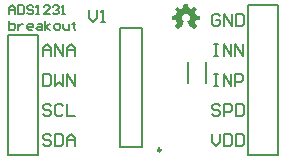
<source format=gbr>
G04 Layer_Color=65535*
%FSLAX26Y26*%
%MOIN*%
%TF.FileFunction,Legend,Top*%
%TF.Part,Single*%
G01*
G75*
%TA.AperFunction,NonConductor*%
%ADD18C,0.007000*%
%ADD22C,0.008000*%
%ADD29C,0.009842*%
%ADD30C,0.007874*%
G36*
X602409Y518568D02*
X613591Y518616D01*
X614043Y518429D01*
X614183Y518091D01*
X614171Y518089D01*
X616276Y507115D01*
X616416Y506777D01*
X616642Y506684D01*
X625832Y502877D01*
X626058Y502783D01*
X626396Y502923D01*
X626389Y502933D01*
X635637Y509205D01*
X635975Y509345D01*
X636427Y509158D01*
X636427Y509158D01*
X636392Y509123D01*
X644334Y501250D01*
X644521Y500798D01*
X644381Y500461D01*
X644371Y500467D01*
X638100Y491219D01*
X637960Y490882D01*
X638053Y490656D01*
Y490656D01*
X641860Y481465D01*
X641954Y481239D01*
X642291Y481099D01*
X642294Y481112D01*
X653268Y479007D01*
X653606Y478867D01*
X653793Y478415D01*
X653744D01*
X653793Y467232D01*
X653606Y466780D01*
X653268Y466640D01*
X653266Y466652D01*
X642291Y464548D01*
X641954Y464408D01*
X641860Y464182D01*
X638053Y454991D01*
X637960Y454766D01*
X638100Y454428D01*
X638110Y454435D01*
X644381Y445187D01*
X644521Y444849D01*
X644334Y444397D01*
X644300Y444431D01*
X636427Y436490D01*
X635975Y436302D01*
X635637Y436442D01*
X635644Y436452D01*
X626396Y442724D01*
X626058Y442864D01*
X625832Y442770D01*
X625832D01*
X621624Y441027D01*
X621398Y440933D01*
X620946Y441121D01*
X620851Y441349D01*
Y441349D01*
X613103Y460324D01*
X613011Y460548D01*
X613198Y461000D01*
X613403Y461085D01*
X613471Y460937D01*
X617317Y463507D01*
X620173Y467781D01*
X621176Y472824D01*
X620173Y477866D01*
X617317Y482141D01*
X613042Y484997D01*
X608000Y486000D01*
X602958Y484997D01*
X598683Y482141D01*
X595827Y477866D01*
X594824Y472824D01*
X595827Y467781D01*
X598683Y463507D01*
X602529Y460937D01*
X602597Y461085D01*
X602802Y461000D01*
X602989Y460548D01*
X602897Y460324D01*
X602896Y460325D01*
X595149Y441349D01*
X595054Y441121D01*
X594602Y440933D01*
X594376Y441027D01*
Y441027D01*
X590168Y442770D01*
X589942Y442864D01*
X589604Y442724D01*
X589611Y442714D01*
X580363Y436442D01*
X580025Y436302D01*
X579573Y436490D01*
X579608Y436524D01*
X571666Y444397D01*
X571666Y444397D01*
X571479Y444849D01*
X571618Y445187D01*
X571629Y445180D01*
X577900Y454428D01*
X578040Y454766D01*
X577947Y454991D01*
Y454992D01*
X574140Y464182D01*
X574046Y464408D01*
X573708Y464548D01*
X573706Y464536D01*
X562732Y466640D01*
X562394Y466780D01*
X562207Y467232D01*
X562256D01*
X562207Y478415D01*
X562207D01*
X562394Y478867D01*
X562732Y479007D01*
X562734Y478995D01*
X573708Y481099D01*
X574046Y481239D01*
X574140Y481466D01*
X574140D01*
X577947Y490656D01*
X578040Y490882D01*
X577900Y491219D01*
X577890Y491212D01*
X571618Y500461D01*
X571479Y500798D01*
X571666Y501250D01*
X571666Y501250D01*
X571700Y501216D01*
X579573Y509158D01*
X579573Y509158D01*
X580025Y509345D01*
X580363Y509205D01*
X580356Y509195D01*
X589604Y502923D01*
X589942Y502783D01*
X590168Y502877D01*
X599358Y506684D01*
X599584Y506777D01*
X599724Y507115D01*
X599712Y507118D01*
X601817Y518091D01*
X601957Y518429D01*
X602409Y518617D01*
Y518568D01*
D02*
G37*
D18*
X720658Y178323D02*
X713994Y184987D01*
X700664D01*
X694000Y178323D01*
Y171658D01*
X700664Y164994D01*
X713994D01*
X720658Y158329D01*
Y151665D01*
X713994Y145000D01*
X700664D01*
X694000Y151665D01*
X733987Y145000D02*
Y184987D01*
X753981D01*
X760645Y178323D01*
Y164994D01*
X753981Y158329D01*
X733987D01*
X773974Y184987D02*
Y145000D01*
X793968D01*
X800632Y151665D01*
Y178323D01*
X793968Y184987D01*
X773974D01*
X19000Y484788D02*
Y504782D01*
X28997Y514779D01*
X38993Y504782D01*
Y484788D01*
Y499784D01*
X19000D01*
X48990Y514779D02*
Y484788D01*
X63986D01*
X68984Y489787D01*
Y509780D01*
X63986Y514779D01*
X48990D01*
X98974Y509780D02*
X93976Y514779D01*
X83979D01*
X78981Y509780D01*
Y504782D01*
X83979Y499784D01*
X93976D01*
X98974Y494785D01*
Y489787D01*
X93976Y484788D01*
X83979D01*
X78981Y489787D01*
X108971Y484788D02*
X118968D01*
X113969D01*
Y514779D01*
X108971Y509780D01*
X153956Y484788D02*
X133963D01*
X153956Y504782D01*
Y509780D01*
X148958Y514779D01*
X138961D01*
X133963Y509780D01*
X163953D02*
X168952Y514779D01*
X178948D01*
X183947Y509780D01*
Y504782D01*
X178948Y499784D01*
X173950D01*
X178948D01*
X183947Y494785D01*
Y489787D01*
X178948Y484788D01*
X168952D01*
X163953Y489787D01*
X193943Y484788D02*
X203940D01*
X198942D01*
Y514779D01*
X193943Y509780D01*
X19000Y461990D02*
Y432000D01*
X33995D01*
X38993Y436998D01*
Y441997D01*
Y446995D01*
X33995Y451993D01*
X19000D01*
X48990D02*
Y432000D01*
Y441997D01*
X53989Y446995D01*
X58987Y451993D01*
X63986D01*
X93976Y432000D02*
X83979D01*
X78981Y436998D01*
Y446995D01*
X83979Y451993D01*
X93976D01*
X98974Y446995D01*
Y441997D01*
X78981D01*
X113969Y451993D02*
X123966D01*
X128964Y446995D01*
Y432000D01*
X113969D01*
X108971Y436998D01*
X113969Y441997D01*
X128964D01*
X138961Y432000D02*
Y461990D01*
Y441997D02*
X153956Y451993D01*
X138961Y441997D02*
X153956Y432000D01*
X173950D02*
X183947D01*
X188945Y436998D01*
Y446995D01*
X183947Y451993D01*
X173950D01*
X168952Y446995D01*
Y436998D01*
X173950Y432000D01*
X198942Y451993D02*
Y436998D01*
X203940Y432000D01*
X218935D01*
Y451993D01*
X233930Y456992D02*
Y451993D01*
X228932D01*
X238929D01*
X233930D01*
Y436998D01*
X238929Y432000D01*
X700000Y384987D02*
X713329D01*
X706664D01*
Y345000D01*
X700000D01*
X713329D01*
X733323D02*
Y384987D01*
X759981Y345000D01*
Y384987D01*
X773310Y345000D02*
Y384987D01*
X799968Y345000D01*
Y384987D01*
X720658Y478323D02*
X713994Y484987D01*
X700664D01*
X694000Y478323D01*
Y451664D01*
X700664Y445000D01*
X713994D01*
X720658Y451664D01*
Y464993D01*
X707329D01*
X733987Y445000D02*
Y484987D01*
X760645Y445000D01*
Y484987D01*
X773974D02*
Y445000D01*
X793968D01*
X800632Y451664D01*
Y478323D01*
X793968Y484987D01*
X773974D01*
X700000Y284987D02*
X713329D01*
X706664D01*
Y245000D01*
X700000D01*
X713329D01*
X733323D02*
Y284987D01*
X759981Y245000D01*
Y284987D01*
X773310Y245000D02*
Y284987D01*
X793303D01*
X799968Y278323D01*
Y264993D01*
X793303Y258329D01*
X773310D01*
X286000Y499987D02*
Y473329D01*
X299329Y460000D01*
X312658Y473329D01*
Y499987D01*
X325987Y460000D02*
X339316D01*
X332652D01*
Y499987D01*
X325987Y493323D01*
X694000Y83987D02*
Y57329D01*
X707329Y44000D01*
X720658Y57329D01*
Y83987D01*
X733987D02*
Y44000D01*
X753981D01*
X760645Y50664D01*
Y77323D01*
X753981Y83987D01*
X733987D01*
X773974D02*
Y44000D01*
X793968D01*
X800632Y50664D01*
Y77323D01*
X793968Y83987D01*
X773974D01*
D22*
X157658Y78323D02*
X150994Y84987D01*
X137665D01*
X131000Y78323D01*
Y71658D01*
X137665Y64993D01*
X150994D01*
X157658Y58329D01*
Y51664D01*
X150994Y45000D01*
X137665D01*
X131000Y51664D01*
X170987Y84987D02*
Y45000D01*
X190981D01*
X197645Y51664D01*
Y78323D01*
X190981Y84987D01*
X170987D01*
X210974Y45000D02*
Y71658D01*
X224303Y84987D01*
X237632Y71658D01*
Y45000D01*
Y64993D01*
X210974D01*
X157658Y178323D02*
X150994Y184987D01*
X137665D01*
X131000Y178323D01*
Y171658D01*
X137665Y164994D01*
X150994D01*
X157658Y158329D01*
Y151665D01*
X150994Y145000D01*
X137665D01*
X131000Y151665D01*
X197645Y178323D02*
X190981Y184987D01*
X177652D01*
X170987Y178323D01*
Y151665D01*
X177652Y145000D01*
X190981D01*
X197645Y151665D01*
X210974Y184987D02*
Y145000D01*
X237632D01*
X131000Y284987D02*
Y245000D01*
X150994D01*
X157658Y251665D01*
Y278323D01*
X150994Y284987D01*
X131000D01*
X170987D02*
Y245000D01*
X184316Y258329D01*
X197645Y245000D01*
Y284987D01*
X210974Y245000D02*
Y284987D01*
X237632Y245000D01*
Y284987D01*
X131000Y345000D02*
Y371658D01*
X144329Y384987D01*
X157658Y371658D01*
Y345000D01*
Y364993D01*
X131000D01*
X170987Y345000D02*
Y384987D01*
X197645Y345000D01*
Y384987D01*
X210974Y345000D02*
Y371658D01*
X224303Y384987D01*
X237632Y371658D01*
Y345000D01*
Y364993D01*
X210974D01*
D29*
X524409Y31535D02*
G03*
X524409Y31535I-4921J0D01*
G01*
D30*
X460433Y43150D02*
Y436850D01*
X389567Y43150D02*
Y436850D01*
Y43150D02*
X460433D01*
X389567Y436850D02*
X460433D01*
X816000Y15000D02*
X916000D01*
X816000D02*
Y515000D01*
X916000Y15000D02*
Y515000D01*
X816000D02*
X916000D01*
X15000Y15000D02*
X115000D01*
X15000D02*
Y415000D01*
X115000Y15000D02*
Y415000D01*
X15000D02*
X115000D01*
X613504Y254567D02*
Y325433D01*
X676496Y254567D02*
Y325433D01*
%TF.MD5,c8c53c9b89239117c7ca0610ddc97f21*%
M02*

</source>
